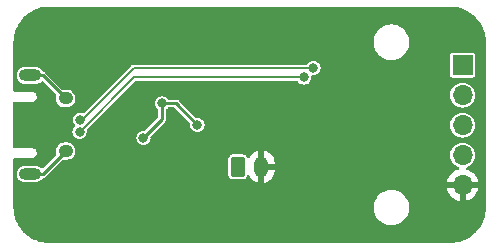
<source format=gbl>
%TF.GenerationSoftware,KiCad,Pcbnew,(6.0.0-0)*%
%TF.CreationDate,2022-11-25T09:54:54+01:00*%
%TF.ProjectId,bq24072_pmic_board,62713234-3037-4325-9f70-6d69635f626f,rev?*%
%TF.SameCoordinates,Original*%
%TF.FileFunction,Copper,L2,Bot*%
%TF.FilePolarity,Positive*%
%FSLAX46Y46*%
G04 Gerber Fmt 4.6, Leading zero omitted, Abs format (unit mm)*
G04 Created by KiCad (PCBNEW (6.0.0-0)) date 2022-11-25 09:54:54*
%MOMM*%
%LPD*%
G01*
G04 APERTURE LIST*
G04 Aperture macros list*
%AMRoundRect*
0 Rectangle with rounded corners*
0 $1 Rounding radius*
0 $2 $3 $4 $5 $6 $7 $8 $9 X,Y pos of 4 corners*
0 Add a 4 corners polygon primitive as box body*
4,1,4,$2,$3,$4,$5,$6,$7,$8,$9,$2,$3,0*
0 Add four circle primitives for the rounded corners*
1,1,$1+$1,$2,$3*
1,1,$1+$1,$4,$5*
1,1,$1+$1,$6,$7*
1,1,$1+$1,$8,$9*
0 Add four rect primitives between the rounded corners*
20,1,$1+$1,$2,$3,$4,$5,0*
20,1,$1+$1,$4,$5,$6,$7,0*
20,1,$1+$1,$6,$7,$8,$9,0*
20,1,$1+$1,$8,$9,$2,$3,0*%
G04 Aperture macros list end*
%TA.AperFunction,ComponentPad*%
%ADD10R,1.700000X1.700000*%
%TD*%
%TA.AperFunction,ComponentPad*%
%ADD11O,1.700000X1.700000*%
%TD*%
%TA.AperFunction,ComponentPad*%
%ADD12RoundRect,0.250000X-0.350000X-0.625000X0.350000X-0.625000X0.350000X0.625000X-0.350000X0.625000X0*%
%TD*%
%TA.AperFunction,ComponentPad*%
%ADD13O,1.200000X1.750000*%
%TD*%
%TA.AperFunction,ComponentPad*%
%ADD14O,1.250000X1.050000*%
%TD*%
%TA.AperFunction,ComponentPad*%
%ADD15O,1.900000X1.000000*%
%TD*%
%TA.AperFunction,ViaPad*%
%ADD16C,0.800000*%
%TD*%
%TA.AperFunction,Conductor*%
%ADD17C,0.250000*%
%TD*%
%TA.AperFunction,Conductor*%
%ADD18C,0.200000*%
%TD*%
G04 APERTURE END LIST*
D10*
X163025000Y-84950000D03*
D11*
X163025000Y-87490000D03*
X163025000Y-90030000D03*
X163025000Y-92570000D03*
X163025000Y-95110000D03*
D12*
X144000000Y-93550000D03*
D13*
X146000000Y-93550000D03*
D14*
X129420000Y-92225000D03*
X129420000Y-87775000D03*
D15*
X126420000Y-85825000D03*
X126420000Y-94175000D03*
D16*
X132906851Y-86503906D03*
X134000000Y-95400000D03*
X131000000Y-82000000D03*
X136200000Y-89000000D03*
X128100962Y-88642440D03*
X135600000Y-84000000D03*
X136200000Y-94800000D03*
X152800000Y-87800000D03*
X128400000Y-95000000D03*
X135157960Y-91625958D03*
X133000000Y-94800000D03*
X128400000Y-80800000D03*
X141000000Y-91000000D03*
X136200000Y-87000000D03*
X147200000Y-91400000D03*
X136008406Y-91100842D03*
X137600000Y-88200000D03*
X140575500Y-90000000D03*
X150400000Y-85200000D03*
X130626491Y-89584265D03*
X149600000Y-86000000D03*
X130600000Y-90600000D03*
D17*
X136008406Y-91100842D02*
X137600000Y-89509248D01*
X138775500Y-88200000D02*
X140575500Y-90000000D01*
X137600000Y-89509248D02*
X137600000Y-88200000D01*
X137600000Y-88200000D02*
X138775500Y-88200000D01*
X126420000Y-85825000D02*
X127470000Y-85825000D01*
X126420000Y-94175000D02*
X127470000Y-94175000D01*
X127470000Y-85825000D02*
X129420000Y-87775000D01*
X127470000Y-94175000D02*
X129420000Y-92225000D01*
D18*
X150400000Y-85200000D02*
X135200000Y-85200000D01*
X130815735Y-89584265D02*
X130626491Y-89584265D01*
X135200000Y-85200000D02*
X130815735Y-89584265D01*
X135200000Y-86000000D02*
X130600000Y-90600000D01*
X135200000Y-86000000D02*
X149600000Y-86000000D01*
%TA.AperFunction,Conductor*%
G36*
X162003293Y-80000673D02*
G01*
X162058898Y-80003587D01*
X162133549Y-80007499D01*
X162313790Y-80017622D01*
X162326421Y-80018973D01*
X162475061Y-80042515D01*
X162476150Y-80042694D01*
X162564176Y-80057650D01*
X162635217Y-80069721D01*
X162646721Y-80072234D01*
X162795562Y-80112115D01*
X162797833Y-80112747D01*
X162949080Y-80156321D01*
X162959350Y-80159764D01*
X163104647Y-80215539D01*
X163107696Y-80216755D01*
X163251685Y-80276397D01*
X163260651Y-80280530D01*
X163400049Y-80351557D01*
X163403761Y-80353528D01*
X163539483Y-80428539D01*
X163547159Y-80433145D01*
X163678692Y-80518564D01*
X163682979Y-80521475D01*
X163809119Y-80610976D01*
X163815475Y-80615797D01*
X163937519Y-80714626D01*
X163942185Y-80718595D01*
X164057388Y-80821547D01*
X164062523Y-80826403D01*
X164173598Y-80937478D01*
X164178454Y-80942613D01*
X164281405Y-81057815D01*
X164285368Y-81062473D01*
X164384203Y-81184525D01*
X164389024Y-81190881D01*
X164454585Y-81283281D01*
X164478525Y-81317021D01*
X164481436Y-81321308D01*
X164566855Y-81452841D01*
X164571460Y-81460515D01*
X164640582Y-81585581D01*
X164646472Y-81596239D01*
X164648443Y-81599951D01*
X164719470Y-81739349D01*
X164723605Y-81748320D01*
X164783245Y-81892304D01*
X164784461Y-81895353D01*
X164824772Y-82000364D01*
X164840235Y-82040647D01*
X164843679Y-82050920D01*
X164887253Y-82202167D01*
X164887885Y-82204438D01*
X164927766Y-82353279D01*
X164930279Y-82364783D01*
X164939909Y-82421458D01*
X164957306Y-82523850D01*
X164957485Y-82524939D01*
X164981026Y-82673572D01*
X164982379Y-82686218D01*
X164992506Y-82866558D01*
X164992531Y-82867028D01*
X164999327Y-82996707D01*
X164999500Y-83003301D01*
X164999500Y-96996699D01*
X164999327Y-97003293D01*
X164992531Y-97132972D01*
X164992506Y-97133442D01*
X164982379Y-97313782D01*
X164981027Y-97326421D01*
X164957485Y-97475061D01*
X164957306Y-97476150D01*
X164942350Y-97564176D01*
X164930279Y-97635217D01*
X164927766Y-97646721D01*
X164887885Y-97795562D01*
X164887253Y-97797833D01*
X164843679Y-97949080D01*
X164840236Y-97959350D01*
X164812992Y-98030324D01*
X164784467Y-98104633D01*
X164783245Y-98107696D01*
X164723605Y-98251680D01*
X164719470Y-98260651D01*
X164648443Y-98400049D01*
X164646477Y-98403752D01*
X164593203Y-98500144D01*
X164571461Y-98539483D01*
X164566855Y-98547159D01*
X164481436Y-98678692D01*
X164478525Y-98682979D01*
X164389024Y-98809119D01*
X164384203Y-98815475D01*
X164285374Y-98937519D01*
X164281405Y-98942185D01*
X164178453Y-99057388D01*
X164173597Y-99062523D01*
X164062523Y-99173597D01*
X164057388Y-99178453D01*
X163942185Y-99281405D01*
X163937527Y-99285368D01*
X163815475Y-99384203D01*
X163809119Y-99389024D01*
X163716719Y-99454585D01*
X163682979Y-99478525D01*
X163678692Y-99481436D01*
X163547159Y-99566855D01*
X163539483Y-99571461D01*
X163403761Y-99646472D01*
X163400049Y-99648443D01*
X163260651Y-99719470D01*
X163251685Y-99723603D01*
X163170775Y-99757117D01*
X163107696Y-99783245D01*
X163104647Y-99784461D01*
X162959353Y-99840235D01*
X162949080Y-99843679D01*
X162797833Y-99887253D01*
X162795562Y-99887885D01*
X162646721Y-99927766D01*
X162635217Y-99930279D01*
X162564176Y-99942350D01*
X162476150Y-99957306D01*
X162475061Y-99957485D01*
X162326421Y-99981027D01*
X162313790Y-99982378D01*
X162133549Y-99992501D01*
X162058898Y-99996413D01*
X162003293Y-99999327D01*
X161996699Y-99999500D01*
X128003301Y-99999500D01*
X127996707Y-99999327D01*
X127941102Y-99996413D01*
X127866451Y-99992501D01*
X127686210Y-99982378D01*
X127673579Y-99981027D01*
X127524939Y-99957485D01*
X127523850Y-99957306D01*
X127435824Y-99942350D01*
X127364783Y-99930279D01*
X127353279Y-99927766D01*
X127204438Y-99887885D01*
X127202167Y-99887253D01*
X127050920Y-99843679D01*
X127040647Y-99840235D01*
X126895353Y-99784461D01*
X126892304Y-99783245D01*
X126829225Y-99757117D01*
X126748315Y-99723603D01*
X126739349Y-99719470D01*
X126599951Y-99648443D01*
X126596239Y-99646472D01*
X126460517Y-99571461D01*
X126452841Y-99566855D01*
X126321308Y-99481436D01*
X126317021Y-99478525D01*
X126283281Y-99454585D01*
X126190881Y-99389024D01*
X126184525Y-99384203D01*
X126062473Y-99285368D01*
X126057815Y-99281405D01*
X125942613Y-99178454D01*
X125937478Y-99173598D01*
X125826402Y-99062522D01*
X125821546Y-99057387D01*
X125718595Y-98942185D01*
X125714626Y-98937519D01*
X125615797Y-98815475D01*
X125610976Y-98809119D01*
X125521475Y-98682979D01*
X125518564Y-98678692D01*
X125433145Y-98547159D01*
X125428539Y-98539483D01*
X125406797Y-98500144D01*
X125353523Y-98403752D01*
X125351557Y-98400049D01*
X125280530Y-98260651D01*
X125276395Y-98251680D01*
X125216755Y-98107696D01*
X125215533Y-98104633D01*
X125187009Y-98030324D01*
X125159764Y-97959350D01*
X125156321Y-97949080D01*
X125112747Y-97797833D01*
X125112115Y-97795562D01*
X125072234Y-97646721D01*
X125069721Y-97635217D01*
X125057650Y-97564176D01*
X125042694Y-97476150D01*
X125042515Y-97475061D01*
X125018973Y-97326421D01*
X125017621Y-97313782D01*
X125007494Y-97133442D01*
X125007469Y-97132972D01*
X125006005Y-97105028D01*
X155498025Y-97105028D01*
X155535347Y-97348930D01*
X155612003Y-97583460D01*
X155725935Y-97802321D01*
X155729038Y-97806454D01*
X155729040Y-97806457D01*
X155870978Y-97995501D01*
X155874083Y-97999636D01*
X156052468Y-98170104D01*
X156056740Y-98173018D01*
X156056741Y-98173019D01*
X156172054Y-98251680D01*
X156256300Y-98309149D01*
X156368202Y-98361092D01*
X156475409Y-98410856D01*
X156475413Y-98410857D01*
X156480104Y-98413035D01*
X156717871Y-98478974D01*
X156723008Y-98479523D01*
X156915957Y-98500144D01*
X156915965Y-98500144D01*
X156919292Y-98500500D01*
X157062554Y-98500500D01*
X157065127Y-98500288D01*
X157065138Y-98500288D01*
X157240760Y-98485849D01*
X157240766Y-98485848D01*
X157245911Y-98485425D01*
X157485217Y-98425316D01*
X157711493Y-98326928D01*
X157918661Y-98192905D01*
X157940516Y-98173019D01*
X158015671Y-98104633D01*
X158101158Y-98026846D01*
X158104357Y-98022795D01*
X158104361Y-98022791D01*
X158250881Y-97837264D01*
X158250884Y-97837259D01*
X158254082Y-97833210D01*
X158256577Y-97828691D01*
X158370830Y-97621722D01*
X158370832Y-97621718D01*
X158373327Y-97617198D01*
X158385275Y-97583460D01*
X158453965Y-97389485D01*
X158453966Y-97389481D01*
X158455691Y-97384610D01*
X158466055Y-97326428D01*
X158498055Y-97146783D01*
X158498056Y-97146777D01*
X158498961Y-97141694D01*
X158501975Y-96894972D01*
X158464653Y-96651070D01*
X158387997Y-96416540D01*
X158274065Y-96197679D01*
X158190878Y-96086883D01*
X158129022Y-96004499D01*
X158129020Y-96004496D01*
X158125917Y-96000364D01*
X157947532Y-95829896D01*
X157919212Y-95810577D01*
X157747979Y-95693770D01*
X157747980Y-95693770D01*
X157743700Y-95690851D01*
X157583022Y-95616267D01*
X157524591Y-95589144D01*
X157524587Y-95589143D01*
X157519896Y-95586965D01*
X157282129Y-95521026D01*
X157276992Y-95520477D01*
X157084043Y-95499856D01*
X157084035Y-95499856D01*
X157080708Y-95499500D01*
X156937446Y-95499500D01*
X156934873Y-95499712D01*
X156934862Y-95499712D01*
X156759240Y-95514151D01*
X156759234Y-95514152D01*
X156754089Y-95514575D01*
X156514783Y-95574684D01*
X156288507Y-95673072D01*
X156081339Y-95807095D01*
X156077514Y-95810575D01*
X156077512Y-95810577D01*
X156056281Y-95829896D01*
X155898842Y-95973154D01*
X155895643Y-95977205D01*
X155895639Y-95977209D01*
X155749119Y-96162736D01*
X155749116Y-96162741D01*
X155745918Y-96166790D01*
X155743425Y-96171306D01*
X155743423Y-96171309D01*
X155630189Y-96376433D01*
X155626673Y-96382802D01*
X155624949Y-96387671D01*
X155624947Y-96387675D01*
X155604862Y-96444393D01*
X155544309Y-96615390D01*
X155501039Y-96858306D01*
X155498025Y-97105028D01*
X125006005Y-97105028D01*
X125000643Y-97002718D01*
X125000475Y-96997287D01*
X124985528Y-95377966D01*
X161693257Y-95377966D01*
X161723565Y-95512446D01*
X161726645Y-95522275D01*
X161806770Y-95719603D01*
X161811413Y-95728794D01*
X161922694Y-95910388D01*
X161928777Y-95918699D01*
X162068213Y-96079667D01*
X162075580Y-96086883D01*
X162239434Y-96222916D01*
X162247881Y-96228831D01*
X162431756Y-96336279D01*
X162441042Y-96340729D01*
X162640001Y-96416703D01*
X162649899Y-96419579D01*
X162753250Y-96440606D01*
X162767299Y-96439410D01*
X162771000Y-96429065D01*
X162771000Y-96428517D01*
X163279000Y-96428517D01*
X163283064Y-96442359D01*
X163296478Y-96444393D01*
X163303184Y-96443534D01*
X163313262Y-96441392D01*
X163517255Y-96380191D01*
X163526842Y-96376433D01*
X163718095Y-96282739D01*
X163726945Y-96277464D01*
X163900328Y-96153792D01*
X163908200Y-96147139D01*
X164059052Y-95996812D01*
X164065730Y-95988965D01*
X164190003Y-95816020D01*
X164195313Y-95807183D01*
X164289670Y-95616267D01*
X164293469Y-95606672D01*
X164355377Y-95402910D01*
X164357555Y-95392837D01*
X164358986Y-95381962D01*
X164356775Y-95367778D01*
X164343617Y-95364000D01*
X163297115Y-95364000D01*
X163281876Y-95368475D01*
X163280671Y-95369865D01*
X163279000Y-95377548D01*
X163279000Y-96428517D01*
X162771000Y-96428517D01*
X162771000Y-95382115D01*
X162766525Y-95366876D01*
X162765135Y-95365671D01*
X162757452Y-95364000D01*
X161708225Y-95364000D01*
X161694694Y-95367973D01*
X161693257Y-95377966D01*
X124985528Y-95377966D01*
X124975172Y-94256105D01*
X125269031Y-94256105D01*
X125270805Y-94263492D01*
X125270805Y-94263496D01*
X125287169Y-94331655D01*
X125308612Y-94420968D01*
X125312093Y-94427712D01*
X125312094Y-94427715D01*
X125382892Y-94564883D01*
X125386375Y-94571631D01*
X125391367Y-94577353D01*
X125391368Y-94577355D01*
X125428547Y-94619974D01*
X125497831Y-94699396D01*
X125504045Y-94703763D01*
X125630330Y-94792518D01*
X125630332Y-94792519D01*
X125636547Y-94796887D01*
X125794513Y-94858476D01*
X125802046Y-94859468D01*
X125802047Y-94859468D01*
X125919739Y-94874962D01*
X125923826Y-94875500D01*
X126912516Y-94875500D01*
X127038320Y-94860276D01*
X127196923Y-94800345D01*
X127336651Y-94704312D01*
X127366303Y-94671032D01*
X127444388Y-94583392D01*
X127444390Y-94583388D01*
X127449440Y-94577721D01*
X127452993Y-94571010D01*
X127452996Y-94571006D01*
X127460667Y-94556518D01*
X127510218Y-94505674D01*
X127550144Y-94491389D01*
X127572190Y-94487502D01*
X127583045Y-94485588D01*
X127592589Y-94480078D01*
X127595866Y-94478885D01*
X127599034Y-94477408D01*
X127609684Y-94474554D01*
X127640544Y-94452945D01*
X127649815Y-94447039D01*
X127672906Y-94433707D01*
X127682455Y-94428194D01*
X127706685Y-94399317D01*
X127714111Y-94391215D01*
X127876492Y-94228834D01*
X143199500Y-94228834D01*
X143199779Y-94231782D01*
X143201380Y-94248717D01*
X143202481Y-94260369D01*
X143247366Y-94388184D01*
X143252958Y-94395754D01*
X143252959Y-94395757D01*
X143280990Y-94433707D01*
X143327850Y-94497150D01*
X143335421Y-94502742D01*
X143429243Y-94572041D01*
X143429246Y-94572042D01*
X143436816Y-94577634D01*
X143564631Y-94622519D01*
X143572277Y-94623242D01*
X143572278Y-94623242D01*
X143578248Y-94623806D01*
X143596166Y-94625500D01*
X144403834Y-94625500D01*
X144421752Y-94623806D01*
X144427722Y-94623242D01*
X144427723Y-94623242D01*
X144435369Y-94622519D01*
X144563184Y-94577634D01*
X144570754Y-94572042D01*
X144570757Y-94572041D01*
X144664579Y-94502742D01*
X144672150Y-94497150D01*
X144719010Y-94433707D01*
X144747041Y-94395757D01*
X144747042Y-94395754D01*
X144752634Y-94388184D01*
X144773709Y-94328169D01*
X144815152Y-94270525D01*
X144881181Y-94244436D01*
X144950834Y-94258187D01*
X145004608Y-94312226D01*
X145060619Y-94420977D01*
X145067069Y-94431024D01*
X145190262Y-94587857D01*
X145198499Y-94596506D01*
X145349123Y-94727212D01*
X145358847Y-94734147D01*
X145531467Y-94834010D01*
X145542331Y-94838984D01*
X145730727Y-94904407D01*
X145731716Y-94904648D01*
X145742008Y-94903180D01*
X145746000Y-94889615D01*
X145746000Y-94885402D01*
X146254000Y-94885402D01*
X146257973Y-94898933D01*
X146267399Y-94900288D01*
X146356537Y-94878806D01*
X146367832Y-94874917D01*
X146435428Y-94844183D01*
X161689389Y-94844183D01*
X161690912Y-94852607D01*
X161703292Y-94856000D01*
X164343344Y-94856000D01*
X164356875Y-94852027D01*
X164358180Y-94842947D01*
X164316214Y-94675875D01*
X164312894Y-94666124D01*
X164227972Y-94470814D01*
X164223105Y-94461739D01*
X164107426Y-94282926D01*
X164101136Y-94274757D01*
X163957806Y-94117240D01*
X163950273Y-94110215D01*
X163783139Y-93978222D01*
X163774552Y-93972517D01*
X163588117Y-93869599D01*
X163578705Y-93865369D01*
X163387031Y-93797493D01*
X163329495Y-93755899D01*
X163303579Y-93689801D01*
X163317513Y-93620185D01*
X163366872Y-93569154D01*
X163395206Y-93557362D01*
X163400790Y-93555803D01*
X163400799Y-93555800D01*
X163406725Y-93554145D01*
X163412214Y-93551372D01*
X163412220Y-93551370D01*
X163563330Y-93475038D01*
X163590610Y-93461258D01*
X163752951Y-93334424D01*
X163786118Y-93296000D01*
X163883540Y-93183134D01*
X163883540Y-93183133D01*
X163887564Y-93178472D01*
X163908387Y-93141818D01*
X163986276Y-93004707D01*
X163989323Y-92999344D01*
X164054351Y-92803863D01*
X164080171Y-92599474D01*
X164080583Y-92570000D01*
X164060480Y-92364970D01*
X164000935Y-92167749D01*
X163904218Y-91985849D01*
X163809595Y-91869830D01*
X163777906Y-91830975D01*
X163777903Y-91830972D01*
X163774011Y-91826200D01*
X163756786Y-91811950D01*
X163620025Y-91698811D01*
X163620021Y-91698809D01*
X163615275Y-91694882D01*
X163434055Y-91596897D01*
X163237254Y-91535977D01*
X163231129Y-91535333D01*
X163231128Y-91535333D01*
X163038498Y-91515087D01*
X163038496Y-91515087D01*
X163032369Y-91514443D01*
X162945529Y-91522346D01*
X162833342Y-91532555D01*
X162833339Y-91532556D01*
X162827203Y-91533114D01*
X162629572Y-91591280D01*
X162447002Y-91686726D01*
X162442201Y-91690586D01*
X162442198Y-91690588D01*
X162328338Y-91782134D01*
X162286447Y-91815815D01*
X162154024Y-91973630D01*
X162151056Y-91979028D01*
X162151053Y-91979033D01*
X162091375Y-92087588D01*
X162054776Y-92154162D01*
X161992484Y-92350532D01*
X161991798Y-92356649D01*
X161991797Y-92356653D01*
X161970679Y-92544928D01*
X161969520Y-92555262D01*
X161970036Y-92561406D01*
X161984751Y-92736635D01*
X161986759Y-92760553D01*
X161988458Y-92766478D01*
X162041262Y-92950627D01*
X162043544Y-92958586D01*
X162046359Y-92964063D01*
X162046360Y-92964066D01*
X162067247Y-93004707D01*
X162137712Y-93141818D01*
X162265677Y-93303270D01*
X162422564Y-93436791D01*
X162602398Y-93537297D01*
X162667437Y-93558429D01*
X162726042Y-93598502D01*
X162753680Y-93663898D01*
X162741574Y-93733855D01*
X162693568Y-93786162D01*
X162667646Y-93798027D01*
X162501868Y-93852212D01*
X162492359Y-93856209D01*
X162303463Y-93954542D01*
X162294738Y-93960036D01*
X162124433Y-94087905D01*
X162116726Y-94094748D01*
X161969590Y-94248717D01*
X161963104Y-94256727D01*
X161843098Y-94432649D01*
X161838000Y-94441623D01*
X161748338Y-94634783D01*
X161744775Y-94644470D01*
X161689389Y-94844183D01*
X146435428Y-94844183D01*
X146549382Y-94792371D01*
X146559724Y-94786424D01*
X146722397Y-94671032D01*
X146731425Y-94663239D01*
X146869342Y-94519169D01*
X146876738Y-94509804D01*
X146984921Y-94342259D01*
X146990417Y-94331655D01*
X147064961Y-94146688D01*
X147068355Y-94135230D01*
X147106857Y-93938072D01*
X147107934Y-93929209D01*
X147108000Y-93926500D01*
X147108000Y-93822115D01*
X147103525Y-93806876D01*
X147102135Y-93805671D01*
X147094452Y-93804000D01*
X146272115Y-93804000D01*
X146256876Y-93808475D01*
X146255671Y-93809865D01*
X146254000Y-93817548D01*
X146254000Y-94885402D01*
X145746000Y-94885402D01*
X145746000Y-93277885D01*
X146254000Y-93277885D01*
X146258475Y-93293124D01*
X146259865Y-93294329D01*
X146267548Y-93296000D01*
X147089885Y-93296000D01*
X147105124Y-93291525D01*
X147106329Y-93290135D01*
X147108000Y-93282452D01*
X147108000Y-93225168D01*
X147107715Y-93219192D01*
X147093529Y-93070506D01*
X147091270Y-93058772D01*
X147035128Y-92867401D01*
X147030698Y-92856325D01*
X146939381Y-92679022D01*
X146932931Y-92668976D01*
X146809738Y-92512143D01*
X146801501Y-92503494D01*
X146650877Y-92372788D01*
X146641153Y-92365853D01*
X146468533Y-92265990D01*
X146457669Y-92261016D01*
X146269273Y-92195593D01*
X146268284Y-92195352D01*
X146257992Y-92196820D01*
X146254000Y-92210385D01*
X146254000Y-93277885D01*
X145746000Y-93277885D01*
X145746000Y-92214598D01*
X145742027Y-92201067D01*
X145732601Y-92199712D01*
X145643463Y-92221194D01*
X145632168Y-92225083D01*
X145450618Y-92307629D01*
X145440276Y-92313576D01*
X145277603Y-92428968D01*
X145268575Y-92436761D01*
X145130658Y-92580831D01*
X145123262Y-92590196D01*
X145015079Y-92757741D01*
X145009585Y-92768341D01*
X145007857Y-92772628D01*
X144963840Y-92828333D01*
X144896694Y-92851397D01*
X144827738Y-92834498D01*
X144778864Y-92783001D01*
X144772109Y-92767274D01*
X144771830Y-92766478D01*
X144752634Y-92711816D01*
X144747042Y-92704246D01*
X144747041Y-92704243D01*
X144677742Y-92610421D01*
X144672150Y-92602850D01*
X144615708Y-92561161D01*
X144570757Y-92527959D01*
X144570754Y-92527958D01*
X144563184Y-92522366D01*
X144435369Y-92477481D01*
X144427723Y-92476758D01*
X144427722Y-92476758D01*
X144421752Y-92476194D01*
X144403834Y-92474500D01*
X143596166Y-92474500D01*
X143578248Y-92476194D01*
X143572278Y-92476758D01*
X143572277Y-92476758D01*
X143564631Y-92477481D01*
X143436816Y-92522366D01*
X143429246Y-92527958D01*
X143429243Y-92527959D01*
X143384292Y-92561161D01*
X143327850Y-92602850D01*
X143322258Y-92610421D01*
X143252959Y-92704243D01*
X143252958Y-92704246D01*
X143247366Y-92711816D01*
X143202481Y-92839631D01*
X143199500Y-92871166D01*
X143199500Y-94228834D01*
X127876492Y-94228834D01*
X129120674Y-92984653D01*
X129182986Y-92950627D01*
X129227229Y-92949229D01*
X129229717Y-92949838D01*
X129237149Y-92950299D01*
X129238449Y-92950380D01*
X129238458Y-92950380D01*
X129240388Y-92950500D01*
X129562363Y-92950500D01*
X129651035Y-92940162D01*
X129680765Y-92936696D01*
X129680766Y-92936696D01*
X129688037Y-92935848D01*
X129694914Y-92933352D01*
X129694917Y-92933351D01*
X129840182Y-92880622D01*
X129847061Y-92878125D01*
X129988540Y-92785367D01*
X130104885Y-92662550D01*
X130189856Y-92516262D01*
X130238895Y-92354350D01*
X130239497Y-92344659D01*
X130244685Y-92261016D01*
X130249370Y-92185499D01*
X130245386Y-92162310D01*
X130221960Y-92025983D01*
X130220720Y-92018767D01*
X130154482Y-91863098D01*
X130116841Y-91811950D01*
X130058547Y-91732736D01*
X130058545Y-91732733D01*
X130054209Y-91726842D01*
X130003627Y-91683869D01*
X129930854Y-91622043D01*
X129930851Y-91622041D01*
X129925280Y-91617308D01*
X129774611Y-91540373D01*
X129767502Y-91538633D01*
X129767498Y-91538632D01*
X129652108Y-91510396D01*
X129610283Y-91500162D01*
X129604686Y-91499815D01*
X129604681Y-91499814D01*
X129601551Y-91499620D01*
X129601542Y-91499620D01*
X129599612Y-91499500D01*
X129277637Y-91499500D01*
X129188965Y-91509838D01*
X129159235Y-91513304D01*
X129159234Y-91513304D01*
X129151963Y-91514152D01*
X129145086Y-91516648D01*
X129145083Y-91516649D01*
X129079725Y-91540373D01*
X128992939Y-91571875D01*
X128851460Y-91664633D01*
X128735115Y-91787450D01*
X128650144Y-91933738D01*
X128648023Y-91940740D01*
X128648022Y-91940743D01*
X128640288Y-91966280D01*
X128601105Y-92095650D01*
X128590630Y-92264501D01*
X128591870Y-92271717D01*
X128591870Y-92271719D01*
X128608948Y-92371103D01*
X128619280Y-92431233D01*
X128622146Y-92437968D01*
X128622147Y-92437972D01*
X128626020Y-92447075D01*
X128634284Y-92517589D01*
X128599173Y-92585500D01*
X128048333Y-93136341D01*
X127526954Y-93657720D01*
X127464642Y-93691745D01*
X127393827Y-93686681D01*
X127354537Y-93659488D01*
X127352806Y-93661410D01*
X127347164Y-93656330D01*
X127342169Y-93650604D01*
X127211017Y-93558429D01*
X127209670Y-93557482D01*
X127209668Y-93557481D01*
X127203453Y-93553113D01*
X127045487Y-93491524D01*
X127037954Y-93490532D01*
X127037953Y-93490532D01*
X126920261Y-93475038D01*
X126920260Y-93475038D01*
X126916174Y-93474500D01*
X125927484Y-93474500D01*
X125801680Y-93489724D01*
X125643077Y-93549655D01*
X125636819Y-93553956D01*
X125555936Y-93609546D01*
X125503349Y-93645688D01*
X125498297Y-93651358D01*
X125498296Y-93651359D01*
X125395612Y-93766608D01*
X125395610Y-93766612D01*
X125390560Y-93772279D01*
X125387008Y-93778988D01*
X125387007Y-93778989D01*
X125372880Y-93805671D01*
X125311224Y-93922119D01*
X125269919Y-94086559D01*
X125269031Y-94256105D01*
X124975172Y-94256105D01*
X124970505Y-93750546D01*
X124970500Y-93749383D01*
X124970500Y-92926500D01*
X124990502Y-92858379D01*
X125044158Y-92811886D01*
X125096500Y-92800500D01*
X126541413Y-92800500D01*
X126545000Y-92800757D01*
X126545000Y-92804876D01*
X126666110Y-92787463D01*
X126777409Y-92736635D01*
X126784218Y-92730735D01*
X126784221Y-92730733D01*
X126863067Y-92662412D01*
X126863068Y-92662411D01*
X126869879Y-92656509D01*
X126936029Y-92553577D01*
X126945194Y-92522366D01*
X126967962Y-92444823D01*
X126967962Y-92444821D01*
X126970500Y-92436178D01*
X126970500Y-92313822D01*
X126958138Y-92271719D01*
X126938569Y-92205072D01*
X126938568Y-92205069D01*
X126936029Y-92196423D01*
X126869879Y-92093491D01*
X126863067Y-92087588D01*
X126784221Y-92019267D01*
X126784218Y-92019265D01*
X126777409Y-92013365D01*
X126666110Y-91962537D01*
X126545000Y-91945124D01*
X126545000Y-91949243D01*
X126541413Y-91949500D01*
X125096500Y-91949500D01*
X125028379Y-91929498D01*
X124981886Y-91875842D01*
X124970500Y-91823500D01*
X124970500Y-90600000D01*
X129994318Y-90600000D01*
X130014956Y-90756762D01*
X130075464Y-90902841D01*
X130171718Y-91028282D01*
X130297159Y-91124536D01*
X130443238Y-91185044D01*
X130600000Y-91205682D01*
X130608188Y-91204604D01*
X130748574Y-91186122D01*
X130756762Y-91185044D01*
X130902841Y-91124536D01*
X130933720Y-91100842D01*
X135402724Y-91100842D01*
X135423362Y-91257604D01*
X135483870Y-91403683D01*
X135580124Y-91529124D01*
X135586670Y-91534147D01*
X135592515Y-91538632D01*
X135705565Y-91625378D01*
X135851644Y-91685886D01*
X136008406Y-91706524D01*
X136016594Y-91705446D01*
X136156980Y-91686964D01*
X136165168Y-91685886D01*
X136311247Y-91625378D01*
X136424297Y-91538632D01*
X136430142Y-91534147D01*
X136436688Y-91529124D01*
X136532942Y-91403683D01*
X136593450Y-91257604D01*
X136614088Y-91100842D01*
X136605288Y-91033999D01*
X136616227Y-90963852D01*
X136641115Y-90928459D01*
X137816215Y-89753359D01*
X137824319Y-89745932D01*
X137830805Y-89740489D01*
X137853194Y-89721703D01*
X137862959Y-89704789D01*
X137872039Y-89689063D01*
X137877945Y-89679792D01*
X137893230Y-89657963D01*
X137899554Y-89648932D01*
X137902408Y-89638282D01*
X137903885Y-89635114D01*
X137905077Y-89631838D01*
X137910588Y-89622293D01*
X137917130Y-89585190D01*
X137919509Y-89574458D01*
X137921589Y-89566695D01*
X137929264Y-89538055D01*
X137925979Y-89500505D01*
X137925500Y-89489524D01*
X137925500Y-88769286D01*
X137945502Y-88701165D01*
X137974796Y-88669323D01*
X138021736Y-88633305D01*
X138028282Y-88628282D01*
X138069323Y-88574796D01*
X138126661Y-88532929D01*
X138169286Y-88525500D01*
X138588484Y-88525500D01*
X138656605Y-88545502D01*
X138677579Y-88562405D01*
X139942791Y-89827618D01*
X139976817Y-89889930D01*
X139978618Y-89933158D01*
X139969818Y-90000000D01*
X139990456Y-90156762D01*
X140050964Y-90302841D01*
X140147218Y-90428282D01*
X140272659Y-90524536D01*
X140418738Y-90585044D01*
X140575500Y-90605682D01*
X140583688Y-90604604D01*
X140724074Y-90586122D01*
X140732262Y-90585044D01*
X140878341Y-90524536D01*
X141003782Y-90428282D01*
X141100036Y-90302841D01*
X141160544Y-90156762D01*
X141179173Y-90015262D01*
X161969520Y-90015262D01*
X161986759Y-90220553D01*
X162043544Y-90418586D01*
X162046359Y-90424063D01*
X162046360Y-90424066D01*
X162134897Y-90596341D01*
X162137712Y-90601818D01*
X162265677Y-90763270D01*
X162422564Y-90896791D01*
X162427942Y-90899797D01*
X162427944Y-90899798D01*
X162459563Y-90917469D01*
X162602398Y-90997297D01*
X162697238Y-91028113D01*
X162792471Y-91059056D01*
X162792475Y-91059057D01*
X162798329Y-91060959D01*
X163002894Y-91085351D01*
X163009029Y-91084879D01*
X163009031Y-91084879D01*
X163065039Y-91080569D01*
X163208300Y-91069546D01*
X163214230Y-91067890D01*
X163214232Y-91067890D01*
X163400797Y-91015800D01*
X163400796Y-91015800D01*
X163406725Y-91014145D01*
X163412214Y-91011372D01*
X163412220Y-91011370D01*
X163585116Y-90924033D01*
X163590610Y-90921258D01*
X163752951Y-90794424D01*
X163792528Y-90748574D01*
X163883540Y-90643134D01*
X163883540Y-90643133D01*
X163887564Y-90638472D01*
X163908387Y-90601818D01*
X163926056Y-90570714D01*
X163989323Y-90459344D01*
X164054351Y-90263863D01*
X164080171Y-90059474D01*
X164080583Y-90030000D01*
X164060480Y-89824970D01*
X164000935Y-89627749D01*
X163904218Y-89445849D01*
X163803398Y-89322232D01*
X163777906Y-89290975D01*
X163777903Y-89290972D01*
X163774011Y-89286200D01*
X163624519Y-89162529D01*
X163620025Y-89158811D01*
X163620021Y-89158809D01*
X163615275Y-89154882D01*
X163434055Y-89056897D01*
X163237254Y-88995977D01*
X163231129Y-88995333D01*
X163231128Y-88995333D01*
X163038498Y-88975087D01*
X163038496Y-88975087D01*
X163032369Y-88974443D01*
X162945529Y-88982346D01*
X162833342Y-88992555D01*
X162833339Y-88992556D01*
X162827203Y-88993114D01*
X162629572Y-89051280D01*
X162447002Y-89146726D01*
X162442201Y-89150586D01*
X162442198Y-89150588D01*
X162291254Y-89271950D01*
X162286447Y-89275815D01*
X162154024Y-89433630D01*
X162151056Y-89439028D01*
X162151053Y-89439033D01*
X162096616Y-89538055D01*
X162054776Y-89614162D01*
X161992484Y-89810532D01*
X161991798Y-89816649D01*
X161991797Y-89816653D01*
X161978729Y-89933160D01*
X161969520Y-90015262D01*
X141179173Y-90015262D01*
X141181182Y-90000000D01*
X141160544Y-89843238D01*
X141100036Y-89697159D01*
X141031559Y-89607918D01*
X141008805Y-89578264D01*
X141003782Y-89571718D01*
X140878341Y-89475464D01*
X140732262Y-89414956D01*
X140575500Y-89394318D01*
X140508659Y-89403118D01*
X140438511Y-89392179D01*
X140403118Y-89367291D01*
X139019610Y-87983784D01*
X139012183Y-87975680D01*
X138995041Y-87955251D01*
X138995042Y-87955251D01*
X138987955Y-87946806D01*
X138978406Y-87941293D01*
X138955315Y-87927961D01*
X138946044Y-87922055D01*
X138942172Y-87919344D01*
X138915184Y-87900446D01*
X138904534Y-87897592D01*
X138901366Y-87896115D01*
X138898090Y-87894923D01*
X138888545Y-87889412D01*
X138854801Y-87883462D01*
X138851442Y-87882870D01*
X138840715Y-87880492D01*
X138804307Y-87870736D01*
X138793322Y-87871697D01*
X138793320Y-87871697D01*
X138766772Y-87874020D01*
X138755790Y-87874500D01*
X138169286Y-87874500D01*
X138101165Y-87854498D01*
X138069323Y-87825204D01*
X138033305Y-87778264D01*
X138028282Y-87771718D01*
X137902841Y-87675464D01*
X137756762Y-87614956D01*
X137600000Y-87594318D01*
X137443238Y-87614956D01*
X137297159Y-87675464D01*
X137171718Y-87771718D01*
X137075464Y-87897159D01*
X137014956Y-88043238D01*
X136994318Y-88200000D01*
X137014956Y-88356762D01*
X137075464Y-88502841D01*
X137171718Y-88628282D01*
X137178264Y-88633305D01*
X137225204Y-88669323D01*
X137267071Y-88726661D01*
X137274500Y-88769286D01*
X137274500Y-89322232D01*
X137254498Y-89390353D01*
X137237595Y-89411327D01*
X136180789Y-90468133D01*
X136118477Y-90502159D01*
X136075249Y-90503960D01*
X136008406Y-90495160D01*
X135851644Y-90515798D01*
X135705565Y-90576306D01*
X135580124Y-90672560D01*
X135483870Y-90798001D01*
X135423362Y-90944080D01*
X135402724Y-91100842D01*
X130933720Y-91100842D01*
X131028282Y-91028282D01*
X131124536Y-90902841D01*
X131185044Y-90756762D01*
X131205682Y-90600000D01*
X131192769Y-90501916D01*
X131203708Y-90431768D01*
X131228596Y-90396375D01*
X134149710Y-87475262D01*
X161969520Y-87475262D01*
X161970036Y-87481406D01*
X161981251Y-87614956D01*
X161986759Y-87680553D01*
X161988458Y-87686478D01*
X162041569Y-87871697D01*
X162043544Y-87878586D01*
X162046359Y-87884063D01*
X162046360Y-87884066D01*
X162131638Y-88050000D01*
X162137712Y-88061818D01*
X162265677Y-88223270D01*
X162422564Y-88356791D01*
X162427942Y-88359797D01*
X162427944Y-88359798D01*
X162459563Y-88377469D01*
X162602398Y-88457297D01*
X162682584Y-88483351D01*
X162792471Y-88519056D01*
X162792475Y-88519057D01*
X162798329Y-88520959D01*
X163002894Y-88545351D01*
X163009029Y-88544879D01*
X163009031Y-88544879D01*
X163065039Y-88540569D01*
X163208300Y-88529546D01*
X163214230Y-88527890D01*
X163214232Y-88527890D01*
X163364809Y-88485848D01*
X163406725Y-88474145D01*
X163412214Y-88471372D01*
X163412220Y-88471370D01*
X163544952Y-88404322D01*
X163590610Y-88381258D01*
X163752951Y-88254424D01*
X163789096Y-88212550D01*
X163883540Y-88103134D01*
X163883540Y-88103133D01*
X163887564Y-88098472D01*
X163908387Y-88061818D01*
X163954929Y-87979888D01*
X163989323Y-87919344D01*
X164054351Y-87723863D01*
X164080171Y-87519474D01*
X164080583Y-87490000D01*
X164060480Y-87284970D01*
X164000935Y-87087749D01*
X163904218Y-86905849D01*
X163830859Y-86815902D01*
X163777906Y-86750975D01*
X163777903Y-86750972D01*
X163774011Y-86746200D01*
X163756786Y-86731950D01*
X163620025Y-86618811D01*
X163620021Y-86618809D01*
X163615275Y-86614882D01*
X163434055Y-86516897D01*
X163237254Y-86455977D01*
X163231129Y-86455333D01*
X163231128Y-86455333D01*
X163038498Y-86435087D01*
X163038496Y-86435087D01*
X163032369Y-86434443D01*
X162945529Y-86442346D01*
X162833342Y-86452555D01*
X162833339Y-86452556D01*
X162827203Y-86453114D01*
X162629572Y-86511280D01*
X162447002Y-86606726D01*
X162442201Y-86610586D01*
X162442198Y-86610588D01*
X162431971Y-86618811D01*
X162286447Y-86735815D01*
X162154024Y-86893630D01*
X162151056Y-86899028D01*
X162151053Y-86899033D01*
X162057743Y-87068765D01*
X162054776Y-87074162D01*
X161992484Y-87270532D01*
X161991798Y-87276649D01*
X161991797Y-87276653D01*
X161977154Y-87407205D01*
X161969520Y-87475262D01*
X134149710Y-87475262D01*
X135287567Y-86337405D01*
X135349879Y-86303379D01*
X135376662Y-86300500D01*
X149011531Y-86300500D01*
X149079652Y-86320502D01*
X149111493Y-86349795D01*
X149171718Y-86428282D01*
X149297159Y-86524536D01*
X149443238Y-86585044D01*
X149600000Y-86605682D01*
X149608188Y-86604604D01*
X149748574Y-86586122D01*
X149756762Y-86585044D01*
X149902841Y-86524536D01*
X150028282Y-86428282D01*
X150124536Y-86302841D01*
X150185044Y-86156762D01*
X150205682Y-86000000D01*
X150197654Y-85939022D01*
X150208593Y-85868874D01*
X150252195Y-85819748D01*
X161974500Y-85819748D01*
X161986133Y-85878231D01*
X162030448Y-85944552D01*
X162096769Y-85988867D01*
X162108938Y-85991288D01*
X162108939Y-85991288D01*
X162149184Y-85999293D01*
X162155252Y-86000500D01*
X163894748Y-86000500D01*
X163900816Y-85999293D01*
X163941061Y-85991288D01*
X163941062Y-85991288D01*
X163953231Y-85988867D01*
X164019552Y-85944552D01*
X164063867Y-85878231D01*
X164075500Y-85819748D01*
X164075500Y-84080252D01*
X164063867Y-84021769D01*
X164019552Y-83955448D01*
X163953231Y-83911133D01*
X163941062Y-83908712D01*
X163941061Y-83908712D01*
X163900816Y-83900707D01*
X163894748Y-83899500D01*
X162155252Y-83899500D01*
X162149184Y-83900707D01*
X162108939Y-83908712D01*
X162108938Y-83908712D01*
X162096769Y-83911133D01*
X162030448Y-83955448D01*
X161986133Y-84021769D01*
X161974500Y-84080252D01*
X161974500Y-85819748D01*
X150252195Y-85819748D01*
X150255721Y-85815775D01*
X150324075Y-85796585D01*
X150339020Y-85797654D01*
X150400000Y-85805682D01*
X150408188Y-85804604D01*
X150548574Y-85786122D01*
X150556762Y-85785044D01*
X150702841Y-85724536D01*
X150828282Y-85628282D01*
X150924536Y-85502841D01*
X150985044Y-85356762D01*
X151005682Y-85200000D01*
X150985044Y-85043238D01*
X150924536Y-84897159D01*
X150828282Y-84771718D01*
X150702841Y-84675464D01*
X150556762Y-84614956D01*
X150400000Y-84594318D01*
X150243238Y-84614956D01*
X150097159Y-84675464D01*
X149971718Y-84771718D01*
X149966695Y-84778264D01*
X149911494Y-84850204D01*
X149854156Y-84892071D01*
X149811531Y-84899500D01*
X135252366Y-84899500D01*
X135249693Y-84899304D01*
X135244658Y-84897575D01*
X135233036Y-84898011D01*
X135233034Y-84898011D01*
X135195745Y-84899411D01*
X135191019Y-84899500D01*
X135172052Y-84899500D01*
X135167317Y-84900382D01*
X135163791Y-84900610D01*
X135160051Y-84900751D01*
X135132792Y-84901774D01*
X135122107Y-84906364D01*
X135117507Y-84907401D01*
X135105786Y-84910962D01*
X135101383Y-84912661D01*
X135089947Y-84914791D01*
X135068961Y-84927727D01*
X135052589Y-84936231D01*
X135038112Y-84942451D01*
X135038108Y-84942453D01*
X135029937Y-84945964D01*
X135025051Y-84949978D01*
X135022866Y-84952163D01*
X135020603Y-84954215D01*
X135020458Y-84954055D01*
X135011451Y-84961175D01*
X135004556Y-84967427D01*
X134994652Y-84973532D01*
X134978084Y-84995320D01*
X134966890Y-85008139D01*
X130978942Y-88996087D01*
X130916630Y-89030113D01*
X130841629Y-89023401D01*
X130790883Y-89002381D01*
X130790880Y-89002380D01*
X130783253Y-88999221D01*
X130736866Y-88993114D01*
X130634679Y-88979661D01*
X130626491Y-88978583D01*
X130618303Y-88979661D01*
X130516117Y-88993114D01*
X130469729Y-88999221D01*
X130323650Y-89059729D01*
X130198209Y-89155983D01*
X130101955Y-89281424D01*
X130041447Y-89427503D01*
X130020809Y-89584265D01*
X130041447Y-89741027D01*
X130101955Y-89887106D01*
X130106982Y-89893657D01*
X130106984Y-89893661D01*
X130189209Y-90000820D01*
X130214809Y-90067040D01*
X130200544Y-90136589D01*
X130178341Y-90166618D01*
X130178264Y-90166695D01*
X130171718Y-90171718D01*
X130075464Y-90297159D01*
X130014956Y-90443238D01*
X129994318Y-90600000D01*
X124970500Y-90600000D01*
X124970500Y-88176500D01*
X124990502Y-88108379D01*
X125044158Y-88061886D01*
X125096500Y-88050500D01*
X126541413Y-88050500D01*
X126545000Y-88050757D01*
X126545000Y-88054876D01*
X126666110Y-88037463D01*
X126777409Y-87986635D01*
X126784218Y-87980735D01*
X126784221Y-87980733D01*
X126863067Y-87912412D01*
X126863068Y-87912411D01*
X126869879Y-87906509D01*
X126936029Y-87803577D01*
X126943462Y-87778264D01*
X126967962Y-87694823D01*
X126967962Y-87694821D01*
X126970500Y-87686178D01*
X126970500Y-87563822D01*
X126964081Y-87541961D01*
X126938569Y-87455072D01*
X126938568Y-87455069D01*
X126936029Y-87446423D01*
X126869879Y-87343491D01*
X126863067Y-87337588D01*
X126784221Y-87269267D01*
X126784218Y-87269265D01*
X126777409Y-87263365D01*
X126666110Y-87212537D01*
X126545000Y-87195124D01*
X126545000Y-87199243D01*
X126541413Y-87199500D01*
X125096500Y-87199500D01*
X125028379Y-87179498D01*
X124981886Y-87125842D01*
X124970500Y-87073500D01*
X124970500Y-86250617D01*
X124970505Y-86249454D01*
X124973674Y-85906105D01*
X125269031Y-85906105D01*
X125270805Y-85913492D01*
X125270805Y-85913496D01*
X125305220Y-86056838D01*
X125308612Y-86070968D01*
X125312093Y-86077712D01*
X125312094Y-86077715D01*
X125356831Y-86164391D01*
X125386375Y-86221631D01*
X125391367Y-86227353D01*
X125391368Y-86227355D01*
X125411119Y-86249996D01*
X125497831Y-86349396D01*
X125504045Y-86353763D01*
X125630330Y-86442518D01*
X125630332Y-86442519D01*
X125636547Y-86446887D01*
X125794513Y-86508476D01*
X125802046Y-86509468D01*
X125802047Y-86509468D01*
X125919739Y-86524962D01*
X125923826Y-86525500D01*
X126912516Y-86525500D01*
X127038320Y-86510276D01*
X127196923Y-86450345D01*
X127219247Y-86435002D01*
X127330392Y-86358614D01*
X127330393Y-86358613D01*
X127336651Y-86354312D01*
X127343193Y-86346969D01*
X127344581Y-86346104D01*
X127347401Y-86343618D01*
X127347815Y-86344088D01*
X127403441Y-86309413D01*
X127474431Y-86310392D01*
X127526365Y-86341692D01*
X128601015Y-87416342D01*
X128635041Y-87478654D01*
X128632510Y-87541960D01*
X128601105Y-87645650D01*
X128600652Y-87652959D01*
X128600651Y-87652962D01*
X128596253Y-87723863D01*
X128590630Y-87814501D01*
X128591870Y-87821717D01*
X128591870Y-87821719D01*
X128604833Y-87897159D01*
X128619280Y-87981233D01*
X128685518Y-88136902D01*
X128689855Y-88142795D01*
X128781453Y-88267264D01*
X128781455Y-88267267D01*
X128785791Y-88273158D01*
X128791367Y-88277895D01*
X128909146Y-88377957D01*
X128909149Y-88377959D01*
X128914720Y-88382692D01*
X129065389Y-88459627D01*
X129072498Y-88461367D01*
X129072502Y-88461368D01*
X129172545Y-88485848D01*
X129229717Y-88499838D01*
X129235314Y-88500185D01*
X129235319Y-88500186D01*
X129238449Y-88500380D01*
X129238458Y-88500380D01*
X129240388Y-88500500D01*
X129562363Y-88500500D01*
X129651035Y-88490162D01*
X129680765Y-88486696D01*
X129680766Y-88486696D01*
X129688037Y-88485848D01*
X129694914Y-88483352D01*
X129694917Y-88483351D01*
X129840182Y-88430622D01*
X129847061Y-88428125D01*
X129988540Y-88335367D01*
X130104885Y-88212550D01*
X130189856Y-88066262D01*
X130194086Y-88052298D01*
X130215609Y-87981233D01*
X130238895Y-87904350D01*
X130239941Y-87887499D01*
X130244676Y-87811161D01*
X130249370Y-87735499D01*
X130239929Y-87680553D01*
X130221960Y-87575983D01*
X130220720Y-87568767D01*
X130154482Y-87413098D01*
X130060191Y-87284970D01*
X130058547Y-87282736D01*
X130058545Y-87282733D01*
X130054209Y-87276842D01*
X129984589Y-87217695D01*
X129930854Y-87172043D01*
X129930851Y-87172041D01*
X129925280Y-87167308D01*
X129774611Y-87090373D01*
X129767502Y-87088633D01*
X129767498Y-87088632D01*
X129631125Y-87055262D01*
X129610283Y-87050162D01*
X129604686Y-87049815D01*
X129604681Y-87049814D01*
X129601551Y-87049620D01*
X129601542Y-87049620D01*
X129599612Y-87049500D01*
X129277637Y-87049500D01*
X129274002Y-87049924D01*
X129273998Y-87049924D01*
X129258961Y-87051677D01*
X129228217Y-87055262D01*
X129158240Y-87043284D01*
X129124532Y-87019205D01*
X127714110Y-85608784D01*
X127706683Y-85600680D01*
X127689541Y-85580251D01*
X127689542Y-85580251D01*
X127682455Y-85571806D01*
X127671378Y-85565411D01*
X127649815Y-85552961D01*
X127640544Y-85547055D01*
X127618715Y-85531770D01*
X127609684Y-85525446D01*
X127599034Y-85522592D01*
X127595866Y-85521115D01*
X127592589Y-85519922D01*
X127583045Y-85514412D01*
X127572192Y-85512498D01*
X127572191Y-85512498D01*
X127560175Y-85510380D01*
X127550987Y-85508760D01*
X127487375Y-85477234D01*
X127460900Y-85442464D01*
X127457108Y-85435117D01*
X127453625Y-85428369D01*
X127448313Y-85422279D01*
X127347163Y-85306329D01*
X127342169Y-85300604D01*
X127283649Y-85259475D01*
X127209670Y-85207482D01*
X127209668Y-85207481D01*
X127203453Y-85203113D01*
X127045487Y-85141524D01*
X127037954Y-85140532D01*
X127037953Y-85140532D01*
X126920261Y-85125038D01*
X126920260Y-85125038D01*
X126916174Y-85124500D01*
X125927484Y-85124500D01*
X125801680Y-85139724D01*
X125643077Y-85199655D01*
X125503349Y-85295688D01*
X125498297Y-85301358D01*
X125498296Y-85301359D01*
X125395612Y-85416608D01*
X125395610Y-85416612D01*
X125390560Y-85422279D01*
X125387008Y-85428988D01*
X125387007Y-85428989D01*
X125361463Y-85477234D01*
X125311224Y-85572119D01*
X125269919Y-85736559D01*
X125269031Y-85906105D01*
X124973674Y-85906105D01*
X124999531Y-83105028D01*
X155498025Y-83105028D01*
X155535347Y-83348930D01*
X155612003Y-83583460D01*
X155725935Y-83802321D01*
X155729038Y-83806454D01*
X155729040Y-83806457D01*
X155848649Y-83965761D01*
X155874083Y-83999636D01*
X156052468Y-84170104D01*
X156056740Y-84173018D01*
X156056741Y-84173019D01*
X156085893Y-84192905D01*
X156256300Y-84309149D01*
X156368202Y-84361092D01*
X156475409Y-84410856D01*
X156475413Y-84410857D01*
X156480104Y-84413035D01*
X156717871Y-84478974D01*
X156723008Y-84479523D01*
X156915957Y-84500144D01*
X156915965Y-84500144D01*
X156919292Y-84500500D01*
X157062554Y-84500500D01*
X157065127Y-84500288D01*
X157065138Y-84500288D01*
X157240760Y-84485849D01*
X157240766Y-84485848D01*
X157245911Y-84485425D01*
X157485217Y-84425316D01*
X157711493Y-84326928D01*
X157918661Y-84192905D01*
X157940516Y-84173019D01*
X158049134Y-84074184D01*
X158101158Y-84026846D01*
X158104357Y-84022795D01*
X158104361Y-84022791D01*
X158250881Y-83837264D01*
X158250884Y-83837259D01*
X158254082Y-83833210D01*
X158256577Y-83828691D01*
X158370830Y-83621722D01*
X158370832Y-83621718D01*
X158373327Y-83617198D01*
X158385275Y-83583460D01*
X158453965Y-83389485D01*
X158453966Y-83389481D01*
X158455691Y-83384610D01*
X158498961Y-83141694D01*
X158501975Y-82894972D01*
X158464653Y-82651070D01*
X158387997Y-82416540D01*
X158274065Y-82197679D01*
X158163876Y-82050920D01*
X158129022Y-82004499D01*
X158129020Y-82004496D01*
X158125917Y-82000364D01*
X157947532Y-81829896D01*
X157919212Y-81810577D01*
X157747979Y-81693770D01*
X157747980Y-81693770D01*
X157743700Y-81690851D01*
X157631798Y-81638908D01*
X157524591Y-81589144D01*
X157524587Y-81589143D01*
X157519896Y-81586965D01*
X157282129Y-81521026D01*
X157276992Y-81520477D01*
X157084043Y-81499856D01*
X157084035Y-81499856D01*
X157080708Y-81499500D01*
X156937446Y-81499500D01*
X156934873Y-81499712D01*
X156934862Y-81499712D01*
X156759240Y-81514151D01*
X156759234Y-81514152D01*
X156754089Y-81514575D01*
X156514783Y-81574684D01*
X156288507Y-81673072D01*
X156081339Y-81807095D01*
X156077514Y-81810575D01*
X156077512Y-81810577D01*
X156056281Y-81829896D01*
X155898842Y-81973154D01*
X155895643Y-81977205D01*
X155895639Y-81977209D01*
X155749119Y-82162736D01*
X155749116Y-82162741D01*
X155745918Y-82166790D01*
X155743425Y-82171306D01*
X155743423Y-82171309D01*
X155630812Y-82375305D01*
X155626673Y-82382802D01*
X155624949Y-82387671D01*
X155624947Y-82387675D01*
X155546035Y-82610515D01*
X155544309Y-82615390D01*
X155543402Y-82620483D01*
X155543401Y-82620486D01*
X155531693Y-82686218D01*
X155501039Y-82858306D01*
X155498025Y-83105028D01*
X124999531Y-83105028D01*
X125000475Y-83002713D01*
X125000643Y-82997282D01*
X125007469Y-82867028D01*
X125007494Y-82866558D01*
X125017621Y-82686218D01*
X125018974Y-82673572D01*
X125042515Y-82524939D01*
X125042694Y-82523850D01*
X125060091Y-82421458D01*
X125069721Y-82364783D01*
X125072234Y-82353279D01*
X125112115Y-82204438D01*
X125112747Y-82202167D01*
X125156321Y-82050920D01*
X125159765Y-82040647D01*
X125175228Y-82000364D01*
X125215539Y-81895353D01*
X125216755Y-81892304D01*
X125276395Y-81748320D01*
X125280530Y-81739349D01*
X125351557Y-81599951D01*
X125353528Y-81596239D01*
X125359419Y-81585581D01*
X125428540Y-81460515D01*
X125433145Y-81452841D01*
X125518564Y-81321308D01*
X125521475Y-81317021D01*
X125545415Y-81283281D01*
X125610976Y-81190881D01*
X125615797Y-81184525D01*
X125714632Y-81062473D01*
X125718595Y-81057815D01*
X125821547Y-80942612D01*
X125826403Y-80937477D01*
X125937477Y-80826403D01*
X125942612Y-80821547D01*
X126057815Y-80718595D01*
X126062481Y-80714626D01*
X126184525Y-80615797D01*
X126190881Y-80610976D01*
X126317021Y-80521475D01*
X126321308Y-80518564D01*
X126452841Y-80433145D01*
X126460517Y-80428539D01*
X126596239Y-80353528D01*
X126599951Y-80351557D01*
X126739349Y-80280530D01*
X126748315Y-80276397D01*
X126892304Y-80216755D01*
X126895353Y-80215539D01*
X127040650Y-80159764D01*
X127050920Y-80156321D01*
X127202167Y-80112747D01*
X127204438Y-80112115D01*
X127353279Y-80072234D01*
X127364783Y-80069721D01*
X127435824Y-80057650D01*
X127523850Y-80042694D01*
X127524939Y-80042515D01*
X127673579Y-80018973D01*
X127686210Y-80017622D01*
X127866451Y-80007499D01*
X127941102Y-80003587D01*
X127996707Y-80000673D01*
X128003301Y-80000500D01*
X161996699Y-80000500D01*
X162003293Y-80000673D01*
G37*
%TD.AperFunction*%
M02*

</source>
